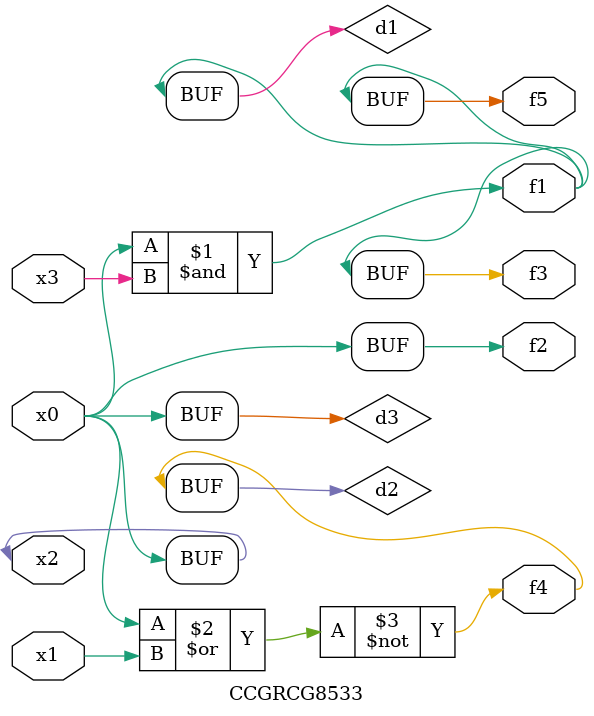
<source format=v>
module CCGRCG8533(
	input x0, x1, x2, x3,
	output f1, f2, f3, f4, f5
);

	wire d1, d2, d3;

	and (d1, x2, x3);
	nor (d2, x0, x1);
	buf (d3, x0, x2);
	assign f1 = d1;
	assign f2 = d3;
	assign f3 = d1;
	assign f4 = d2;
	assign f5 = d1;
endmodule

</source>
